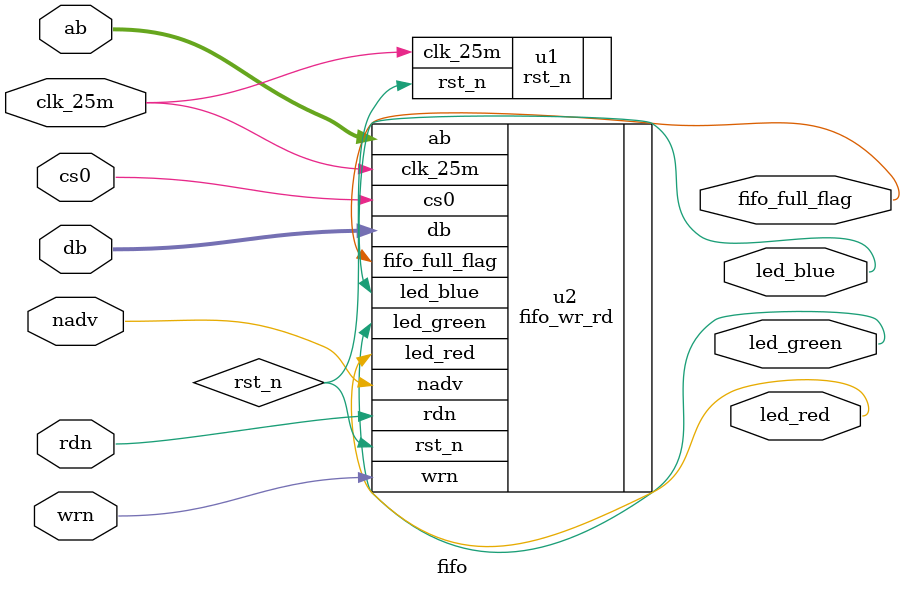
<source format=v>
/* 
 * --------------------
 * Company					: LUOYANG GINGKO TECHNOLOGY CO.,LTD.
 * BBS						: http://www.eeschool.org
 * --------------------
 * Project Name			: fifo
 * Module Name				: fifo
 * Description				: ---
 * --------------------
 * Tool Versions			: Quartus II 13.1
 * Target Device			: Cyclone IV E  EP4CE15F23C8
 * --------------------
 * Engineer					: xiaorenwu
 * Revision					: V0.0
 * Created Date			: 2017-08-22
 * --------------------
 * Engineer					:
 * Revision					:
 * Modified Date			:
 * --------------------
 * Additional Comments	: ---
 * 
 * --------------------
 */
//-------------------------Timescale----------------------------//
`timescale 1 ns / 1 ps 
//-----------------------Module fifo----------------------------//
module fifo(
	input clk_25m,
	input wrn,
	input rdn,
	input cs0,
	input nadv,
	input [22:16]ab,
	inout [15:0]db,
	output fifo_full_flag,
	output led_red,
	output led_green,
	output led_blue
);

wire rst_n;

rst_n u1(
	.clk_25m(clk_25m),
	.rst_n(rst_n)
);

fifo_wr_rd u2(
	.clk_25m(clk_25m),
	.rst_n(rst_n),
	.wrn(wrn),
	.rdn(rdn),
	.cs0(cs0),
	.nadv(nadv),
	.ab(ab),
	.db(db),
	.fifo_full_flag(fifo_full_flag),
	.led_red(led_red),
	.led_green(led_green),
	.led_blue(led_blue)
);

endmodule


</source>
